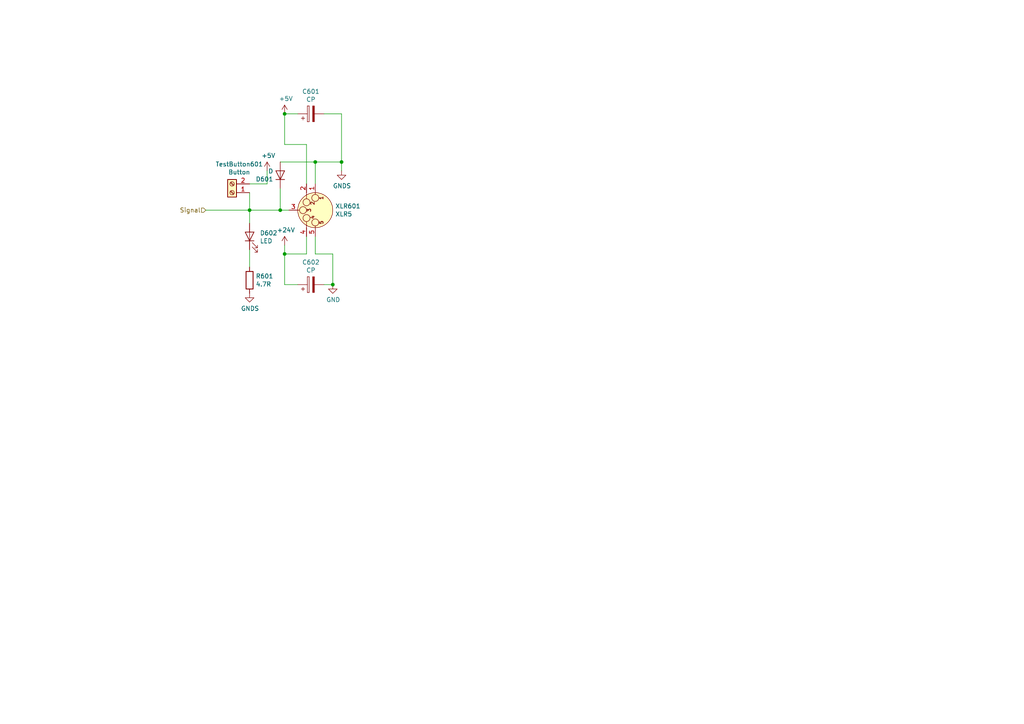
<source format=kicad_sch>
(kicad_sch (version 20210621) (generator eeschema)
  (paper "A4")
  (lib_symbols
    (symbol "Connector:Screw_Terminal_01x02" (pin_names (offset 1.016) hide)
      (property "Reference" "J" (at 0 2.54 0))
      (property "Value" "Screw_Terminal_01x02" (at 0 -5.08 0))
      (symbol "Screw_Terminal_01x02_1_1"
        (rectangle (start -1.27 1.27) (end 1.27 -3.81) (stroke (width 0.254)) (fill (type background)))
        (circle (center 0 -2.54) (radius 0.635) (stroke (width 0.1524)) (stroke (width 0.1524)))
        (polyline (pts (xy -0.5334 -2.2098) (xy 0.3302 -3.048)) (stroke (width 0.1524)))
        (polyline (pts (xy -0.5334 0.3302) (xy 0.3302 -0.508)) (stroke (width 0.1524)))
        (polyline (pts (xy -0.3556 -2.032) (xy 0.508 -2.8702)) (stroke (width 0.1524)))
        (polyline (pts (xy -0.3556 0.508) (xy 0.508 -0.3302)) (stroke (width 0.1524)))
        (circle (center 0 0) (radius 0.635) (stroke (width 0.1524)) (stroke (width 0.1524)))
        (pin passive line (at -5.08 0 0) (length 3.81) (name "Pin_1") (number "1"))
        (pin passive line (at -5.08 -2.54 0) (length 3.81) (name "Pin_2") (number "2"))
      )
    )
    (symbol "Connector:XLR5" (pin_names hide)
      (property "Reference" "J" (at 2.54 6.35 0))
      (property "Value" "XLR5" (at 5.08 -6.096 0))
      (symbol "XLR5_0_1"
        (circle (center -3.556 0) (radius 1.016))
        (circle (center -2.286 -2.54) (radius 1.016))
        (circle (center 0 -3.556) (radius 1.016))
        (polyline (pts (xy -5.08 -2.54) (xy -4.445 -2.54)))
        (polyline (pts (xy -5.08 0) (xy -4.572 0)))
        (polyline (pts (xy -4.572 -2.54) (xy -3.302 -2.54)))
        (polyline (pts (xy 0 -5.08) (xy 0 -4.572)))
        (polyline (pts (xy 4.572 -2.54) (xy 3.302 -2.54)))
        (polyline (pts (xy 5.08 -2.54) (xy 4.445 -2.54)))
        (polyline (pts (xy 5.08 0) (xy 4.572 0)))
        (circle (center 0 0) (radius 5.08) (fill (type background)))
        (circle (center 2.286 -2.54) (radius 1.016))
        (circle (center 3.556 0) (radius 1.016))
        (text "1" (at -3.556 1.778 0) (effects (font (size 1.016 1.016) bold)))
        (text "2" (at -2.032 -0.762 0) (effects (font (size 1.016 1.016) bold)))
        (text "3" (at 0 -1.778 0) (effects (font (size 1.016 1.016) bold)))
        (text "4" (at 2.032 -0.762 0) (effects (font (size 1.016 1.016) bold)))
        (text "5" (at 3.556 1.778 0) (effects (font (size 1.016 1.016) bold)))
      )
      (symbol "XLR5_1_1"
        (pin passive line (at -7.62 0 0) (length 2.54) (name "P1") (number "1"))
        (pin passive line (at -7.62 -2.54 0) (length 2.54) (name "P2") (number "2"))
        (pin passive line (at 0 -7.62 90) (length 2.54) (name "P3") (number "3"))
        (pin passive line (at 7.62 -2.54 180) (length 2.54) (name "P3") (number "4"))
        (pin passive line (at 7.62 0 180) (length 2.54) (name "P5") (number "5"))
      )
    )
    (symbol "Device:CP" (pin_numbers hide) (pin_names (offset 0.254))
      (property "Reference" "C" (at 0.635 2.54 0))
      (property "Value" "CP" (at 0.635 -2.54 0))
      (symbol "CP_0_1"
        (rectangle (start -2.286 0.508) (end -2.286 1.016))
        (rectangle (start -2.286 0.508) (end 2.286 0.508))
        (polyline (pts (xy -1.778 2.286) (xy -0.762 2.286)))
        (polyline (pts (xy -1.27 2.794) (xy -1.27 1.778)))
        (rectangle (start 2.286 -0.508) (end -2.286 -1.016) (fill (type outline)))
        (rectangle (start 2.286 1.016) (end -2.286 1.016))
        (rectangle (start 2.286 1.016) (end 2.286 0.508))
      )
      (symbol "CP_1_1"
        (pin passive line (at 0 3.81 270) (length 2.794) (name "~") (number "1"))
        (pin passive line (at 0 -3.81 90) (length 2.794) (name "~") (number "2"))
      )
    )
    (symbol "Device:D" (pin_numbers hide) (pin_names (offset 1.016) hide)
      (property "Reference" "D" (at 0 2.54 0))
      (property "Value" "D" (at 0 -2.54 0))
      (symbol "D_0_1"
        (polyline (pts (xy -1.27 1.27) (xy -1.27 -1.27)) (stroke (width 0.2032)))
        (polyline (pts (xy 1.27 0) (xy -1.27 0)))
        (polyline (pts (xy 1.27 1.27) (xy 1.27 -1.27) (xy -1.27 0) (xy 1.27 1.27)) (stroke (width 0.2032)))
      )
      (symbol "D_1_1"
        (pin passive line (at -3.81 0 0) (length 2.54) (name "K") (number "1"))
        (pin passive line (at 3.81 0 180) (length 2.54) (name "A") (number "2"))
      )
    )
    (symbol "Device:LED" (pin_numbers hide) (pin_names (offset 1.016) hide)
      (property "Reference" "D" (at 0 2.54 0))
      (property "Value" "LED" (at 0 -2.54 0))
      (symbol "LED_0_1"
        (polyline (pts (xy -1.27 -1.27) (xy -1.27 1.27)) (stroke (width 0.2032)))
        (polyline (pts (xy -1.27 0) (xy 1.27 0)))
        (polyline (pts (xy 1.27 -1.27) (xy 1.27 1.27) (xy -1.27 0) (xy 1.27 -1.27)) (stroke (width 0.2032)))
        (polyline (pts (xy -3.048 -0.762) (xy -4.572 -2.286) (xy -3.81 -2.286) (xy -4.572 -2.286) (xy -4.572 -1.524)))
        (polyline (pts (xy -1.778 -0.762) (xy -3.302 -2.286) (xy -2.54 -2.286) (xy -3.302 -2.286) (xy -3.302 -1.524)))
      )
      (symbol "LED_1_1"
        (pin passive line (at -3.81 0 0) (length 2.54) (name "K") (number "1"))
        (pin passive line (at 3.81 0 180) (length 2.54) (name "A") (number "2"))
      )
    )
    (symbol "Device:R" (pin_numbers hide) (pin_names (offset 0))
      (property "Reference" "R" (at 2.032 0 90))
      (property "Value" "R" (at 0 0 90))
      (symbol "R_0_1"
        (rectangle (start -1.016 -2.54) (end 1.016 2.54) (stroke (width 0.254)))
      )
      (symbol "R_1_1"
        (pin passive line (at 0 3.81 270) (length 1.27) (name "~") (number "1"))
        (pin passive line (at 0 -3.81 90) (length 1.27) (name "~") (number "2"))
      )
    )
    (symbol "power:+24V" (power) (pin_names (offset 0))
      (property "Value" "+24V" (at 0 3.556 0))
      (symbol "+24V_0_1"
        (polyline (pts (xy -0.762 1.27) (xy 0 2.54)))
        (polyline (pts (xy 0 0) (xy 0 2.54)))
        (polyline (pts (xy 0 2.54) (xy 0.762 1.27)))
      )
      (symbol "+24V_1_1"
        (pin power_in line (at 0 0 90) (length 0) hide (name "+24V") (number "1"))
      )
    )
    (symbol "power:+5V" (power) (pin_names (offset 0))
      (property "Value" "+5V" (at 0 3.556 0))
      (symbol "+5V_0_1"
        (polyline (pts (xy -0.762 1.27) (xy 0 2.54)))
        (polyline (pts (xy 0 0) (xy 0 2.54)))
        (polyline (pts (xy 0 2.54) (xy 0.762 1.27)))
      )
      (symbol "+5V_1_1"
        (pin power_in line (at 0 0 90) (length 0) hide (name "+5V") (number "1"))
      )
    )
    (symbol "power:GND" (power) (pin_names (offset 0))
      (property "Value" "GND" (at 0 -3.81 0))
      (symbol "GND_0_1"
        (polyline (pts (xy 0 0) (xy 0 -1.27) (xy 1.27 -1.27) (xy 0 -2.54) (xy -1.27 -1.27) (xy 0 -1.27)))
      )
      (symbol "GND_1_1"
        (pin power_in line (at 0 0 270) (length 0) hide (name "GND") (number "1"))
      )
    )
    (symbol "power:GNDS" (power) (pin_names (offset 0))
      (property "Value" "GNDS" (at 0 -3.81 0))
      (symbol "GNDS_0_1"
        (polyline (pts (xy 0 0) (xy 0 -1.27) (xy 1.27 -1.27) (xy 0 -2.54) (xy -1.27 -1.27) (xy 0 -1.27)))
      )
      (symbol "GNDS_1_1"
        (pin power_in line (at 0 0 270) (length 0) hide (name "GNDS") (number "1"))
      )
    )
  )
  (junction (at 72.39 60.96))
  (junction (at 81.28 60.96))
  (junction (at 82.55 33.02))
  (junction (at 82.55 73.66))
  (junction (at 91.44 46.99))
  (junction (at 96.52 82.55))
  (junction (at 99.06 46.99))
  (wire (pts (xy 72.39 53.34) (xy 77.47 53.34)))
  (wire (pts (xy 72.39 60.96) (xy 59.69 60.96)))
  (wire (pts (xy 72.39 60.96) (xy 72.39 55.88)))
  (wire (pts (xy 72.39 60.96) (xy 72.39 64.77)))
  (wire (pts (xy 72.39 72.39) (xy 72.39 77.47)))
  (wire (pts (xy 77.47 53.34) (xy 77.47 49.53)))
  (wire (pts (xy 81.28 46.99) (xy 91.44 46.99)))
  (wire (pts (xy 81.28 60.96) (xy 72.39 60.96)))
  (wire (pts (xy 81.28 60.96) (xy 81.28 54.61)))
  (wire (pts (xy 82.55 33.02) (xy 86.36 33.02)))
  (wire (pts (xy 82.55 41.91) (xy 82.55 33.02)))
  (wire (pts (xy 82.55 73.66) (xy 82.55 71.12)))
  (wire (pts (xy 82.55 82.55) (xy 82.55 73.66)))
  (wire (pts (xy 83.82 60.96) (xy 81.28 60.96)))
  (wire (pts (xy 86.36 82.55) (xy 82.55 82.55)))
  (wire (pts (xy 88.9 41.91) (xy 82.55 41.91)))
  (wire (pts (xy 88.9 41.91) (xy 88.9 53.34)))
  (wire (pts (xy 88.9 68.58) (xy 88.9 73.66)))
  (wire (pts (xy 88.9 73.66) (xy 82.55 73.66)))
  (wire (pts (xy 91.44 46.99) (xy 99.06 46.99)))
  (wire (pts (xy 91.44 53.34) (xy 91.44 46.99)))
  (wire (pts (xy 91.44 68.58) (xy 91.44 73.66)))
  (wire (pts (xy 91.44 73.66) (xy 96.52 73.66)))
  (wire (pts (xy 93.98 33.02) (xy 99.06 33.02)))
  (wire (pts (xy 93.98 82.55) (xy 96.52 82.55)))
  (wire (pts (xy 96.52 73.66) (xy 96.52 82.55)))
  (wire (pts (xy 99.06 33.02) (xy 99.06 46.99)))
  (wire (pts (xy 99.06 46.99) (xy 99.06 49.53)))
  (hierarchical_label "Signal" (shape input) (at 59.69 60.96 180))
  (symbol (lib_id "power:+5V") (at 77.47 49.53 0)
    (property "Reference" "#PWR0137" (effects hide))
    (property "Value" "+5V" (at 77.851 45.1358 0))
  )
  (symbol (lib_id "power:+5V") (at 82.55 33.02 0)
    (property "Reference" "#PWR0133" (effects hide))
    (property "Value" "+5V" (at 82.931 28.6258 0))
  )
  (symbol (lib_id "power:+24V") (at 82.55 71.12 0)
    (property "Reference" "#PWR0136" (effects hide))
    (property "Value" "+24V" (at 82.931 66.7258 0))
  )
  (symbol (lib_id "power:GNDS") (at 72.39 85.09 0)
    (property "Reference" "#PWR0138" (effects hide))
    (property "Value" "GNDS" (at 72.517 89.4842 0))
  )
  (symbol (lib_id "power:GND") (at 96.52 82.55 0)
    (property "Reference" "#PWR0135" (effects hide))
    (property "Value" "GND" (at 96.647 86.9442 0))
  )
  (symbol (lib_id "power:GNDS") (at 99.06 49.53 0)
    (property "Reference" "#PWR0134" (effects hide))
    (property "Value" "GNDS" (at 99.187 53.9242 0))
  )
  (symbol (lib_id "Device:R") (at 72.39 81.28 0)
    (property "Reference" "R601" (at 74.168 80.1116 0) (effects (justify left)))
    (property "Value" "4.7R" (at 74.168 82.423 0) (effects (justify left)))
    (property "Footprint" "Resistor_THT:R_Axial_DIN0207_L6.3mm_D2.5mm_P7.62mm_Horizontal" (effects hide))
    (property "MFGR" "any" (effects hide))
    (property "MPN" "any" (effects hide))
  )
  (symbol (lib_id "Device:D") (at 81.28 50.8 90)
    (property "Reference" "D601" (at 79.2734 51.9684 90) (effects (justify left)))
    (property "Value" "D" (at 79.2734 49.657 90) (effects (justify left)))
    (property "Footprint" "Diode_THT:D_DO-15_P10.16mm_Horizontal" (effects hide))
    (property "MFGR" "LittelFuse" (effects hide))
    (property "MPN" "SA5.0A" (effects hide))
  )
  (symbol (lib_id "Device:LED") (at 72.39 68.58 90)
    (property "Reference" "D602" (at 75.3618 67.5894 90) (effects (justify right)))
    (property "Value" "LED" (at 75.3618 69.9008 90) (effects (justify right)))
    (property "Footprint" "LED_THT:LED_D5.0mm" (effects hide))
    (property "MFGR" "any" (effects hide))
    (property "MPN" "any" (effects hide))
  )
  (symbol (lib_id "Connector:Screw_Terminal_01x02") (at 67.31 55.88 180)
    (property "Reference" "TestButton601" (at 69.3928 47.625 0))
    (property "Value" "Button" (at 69.3928 49.9364 0))
    (property "Footprint" "TerminalBlock_Phoenix:TerminalBlock_Phoenix_MKDS-1,5-2-5.08_1x02_P5.08mm_Horizontal" (effects hide))
    (property "MFGR" "Phoenix" (effects hide))
    (property "MPN" "1729128" (effects hide))
  )
  (symbol (lib_id "Device:CP") (at 90.17 33.02 90)
    (property "Reference" "C601" (at 90.17 26.543 90))
    (property "Value" "CP" (at 90.17 28.8544 90))
    (property "Footprint" "Capacitor_THT:CP_Radial_D10.0mm_P2.50mm" (effects hide))
    (property "MPN" "ECE-A1HN101U" (effects hide))
    (property "MFGR" "Panasonic" (effects hide))
  )
  (symbol (lib_id "Device:CP") (at 90.17 82.55 90)
    (property "Reference" "C602" (at 90.17 76.073 90))
    (property "Value" "CP" (at 90.17 78.3844 90))
    (property "Footprint" "Capacitor_THT:CP_Radial_D10.0mm_P2.50mm" (effects hide))
    (property "MPN" "ECE-A1HN101U" (effects hide))
    (property "MFGR" "Panasonic" (effects hide))
  )
  (symbol (lib_id "Connector:XLR5") (at 91.44 60.96 270)
    (property "Reference" "XLR601" (at 97.2312 59.7916 90) (effects (justify left)))
    (property "Value" "XLR5" (at 97.2312 62.103 90) (effects (justify left)))
    (property "Footprint" "XLR:IO-XLR5-F-EH" (effects hide))
    (property "Datasheet" " ~" (effects hide))
    (property "MFGR" "IO Audio Technologies" (effects hide))
    (property "MPN" "IO-XLR5-F-EH" (effects hide))
  )
)
</source>
